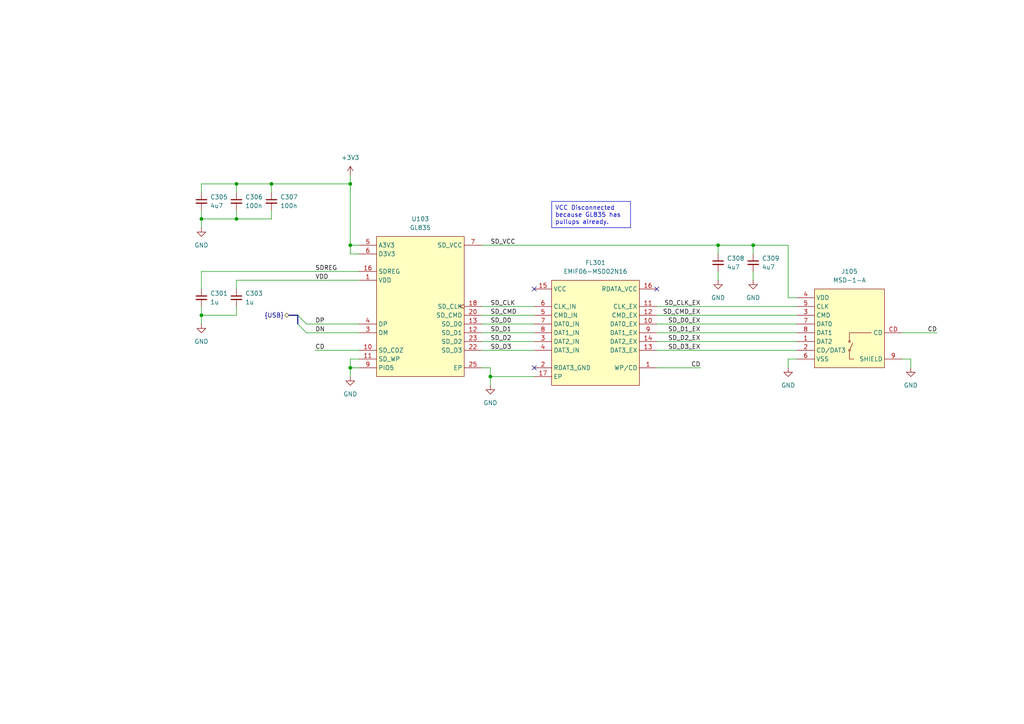
<source format=kicad_sch>
(kicad_sch (version 20250114) (generator "eeschema") (generator_version "9.0")
  (paper "A4")
  (lib_symbols
    (symbol "DEV:C_SMALL" (pin_numbers (hide yes)) (pin_names (offset 0.254) (hide yes))
      (property "Reference" "C" (at 0.254 1.778 0))
      (property "Value" "SMALL" (at 0.254 -2.032 0))
      (symbol "C_SMALL_0_1"
        (polyline (pts (xy -1.524 0.508) (xy 1.524 0.508)) (stroke (width 0.3048)))
        (polyline (pts (xy -1.524 -0.508) (xy 1.524 -0.508)) (stroke (width 0.3302)))
      )
      (symbol "C_SMALL_1_1"
        (pin passive line (at 0 2.54 270) (length 2.032) (name "~") (number "1"))
        (pin passive line (at 0 -2.54 90) (length 2.032) (name "~") (number "2"))
      )
    )
    (symbol "SD-CONN:MSD-1-A"
      (property "Reference" "J" (at 0 5.08 0))
      (property "Value" "MSD-1-A" (at 0 2.54 0))
      (symbol "MSD-1-A_1_1"
        (rectangle (start -10.16 0) (end 10.16 -22.86) (fill (type background)))
        (circle (center 0 -15.24) (radius 0.254))
        (circle (center 0 -17.78) (radius 0.254))
        (polyline (pts (xy 0.13 -17.56) (xy 0.93 -15.69)))
        (polyline (pts (xy 1.27 -20.32) (xy 0 -20.32) (xy 0 -19.05) (xy 0 -18.034)))
        (polyline (pts (xy 6.35 -12.7) (xy 0 -12.7) (xy 0 -14.986)))
        (pin power_in line (at -15.24 -2.54 0) (length 5.08) (name "VDD") (number "4"))
        (pin input line (at -15.24 -5.08 0) (length 5.08) (name "CLK") (number "5"))
        (pin input line (at -15.24 -7.62 0) (length 5.08) (name "CMD") (number "3"))
        (pin bidirectional line (at -15.24 -10.16 0) (length 5.08) (name "DAT0") (number "7"))
        (pin bidirectional line (at -15.24 -12.7 0) (length 5.08) (name "DAT1") (number "8"))
        (pin bidirectional line (at -15.24 -15.24 0) (length 5.08) (name "DAT2") (number "1"))
        (pin bidirectional line (at -15.24 -17.78 0) (length 5.08) (name "CD/DAT3") (number "2"))
        (pin power_in line (at -15.24 -20.32 0) (length 5.08) (name "VSS") (number "6"))
        (pin output line (at 15.24 -12.7 180) (length 5.08) (name "CD") (number "CD"))
        (pin passive line (at 15.24 -20.32 180) (length 5.08) (hide yes) (name "SHIELD") (number "10"))
        (pin passive line (at 15.24 -20.32 180) (length 5.08) (hide yes) (name "SHIELD") (number "11"))
        (pin passive line (at 15.24 -20.32 180) (length 5.08) (hide yes) (name "SHIELD") (number "12"))
        (pin passive line (at 15.24 -20.32 180) (length 5.08) (name "SHIELD") (number "9"))
      )
    )
    (symbol "TVS:EMIF06-MSD02N16"
      (property "Reference" "FL" (at 0 5.08 0))
      (property "Value" "EMIF06-MSD02N16" (at 0 2.54 0))
      (symbol "EMIF06-MSD02N16_1_1"
        (rectangle (start -12.7 0) (end 12.7 -30.48) (fill (type background)))
        (pin passive line (at -17.78 -2.54 0) (length 5.08) (name "VCC") (number "15"))
        (pin passive line (at -17.78 -7.62 0) (length 5.08) (name "CLK_IN") (number "6"))
        (pin passive line (at -17.78 -10.16 0) (length 5.08) (name "CMD_IN") (number "5"))
        (pin passive line (at -17.78 -12.7 0) (length 5.08) (name "DAT0_IN") (number "7"))
        (pin passive line (at -17.78 -15.24 0) (length 5.08) (name "DAT1_IN") (number "8"))
        (pin passive line (at -17.78 -17.78 0) (length 5.08) (name "DAT2_IN") (number "3"))
        (pin passive line (at -17.78 -20.32 0) (length 5.08) (name "DAT3_IN") (number "4"))
        (pin passive line (at -17.78 -25.4 0) (length 5.08) (name "RDAT3_GND") (number "2"))
        (pin passive line (at -17.78 -27.94 0) (length 5.08) (name "EP") (number "17"))
        (pin passive line (at 17.78 -2.54 180) (length 5.08) (name "RDATA_VCC") (number "16"))
        (pin passive line (at 17.78 -7.62 180) (length 5.08) (name "CLK_EX") (number "11"))
        (pin passive line (at 17.78 -10.16 180) (length 5.08) (name "CMD_EX") (number "12"))
        (pin passive line (at 17.78 -12.7 180) (length 5.08) (name "DAT0_EX") (number "10"))
        (pin passive line (at 17.78 -15.24 180) (length 5.08) (name "DAT1_EX") (number "9"))
        (pin passive line (at 17.78 -17.78 180) (length 5.08) (name "DAT2_EX") (number "14"))
        (pin passive line (at 17.78 -20.32 180) (length 5.08) (name "DAT3_EX") (number "13"))
        (pin passive line (at 17.78 -25.4 180) (length 5.08) (name "WP/CD") (number "1"))
      )
    )
    (symbol "USB-INTF:GL835"
      (property "Reference" "U" (at 0 5.08 0))
      (property "Value" "GL835" (at 0 2.54 0))
      (symbol "GL835_0_0"
        (pin power_in line (at -17.78 -2.54 0) (length 5.08) (name "A3V3") (number "5"))
        (pin power_in line (at -17.78 -5.08 0) (length 5.08) (name "D3V3") (number "6"))
        (pin bidirectional line (at -17.78 -25.4 0) (length 5.08) (name "DP") (number "4"))
        (pin bidirectional line (at -17.78 -27.94 0) (length 5.08) (name "DM") (number "3"))
        (pin input line (at -17.78 -33.02 0) (length 5.08) (name "SD_CDZ") (number "10"))
        (pin input line (at -17.78 -35.56 0) (length 5.08) (name "SD_WP") (number "11"))
        (pin input line (at -17.78 -38.1 0) (length 5.08) (name "PIO5") (number "9"))
        (pin no_connect line (at 17.78 -7.62 180) (length 5.08) (hide yes) (name "NC") (number "14"))
        (pin no_connect line (at 17.78 -7.62 180) (length 5.08) (hide yes) (name "NC") (number "15"))
        (pin no_connect line (at 17.78 -7.62 180) (length 5.08) (hide yes) (name "NC") (number "17"))
        (pin no_connect line (at 17.78 -7.62 180) (length 5.08) (hide yes) (name "NC") (number "19"))
        (pin no_connect line (at 17.78 -7.62 180) (length 5.08) (hide yes) (name "NC") (number "2"))
        (pin no_connect line (at 17.78 -7.62 180) (length 5.08) (hide yes) (name "NC") (number "21"))
        (pin no_connect line (at 17.78 -7.62 180) (length 5.08) (hide yes) (name "NC") (number "24"))
        (pin no_connect line (at 17.78 -7.62 180) (length 5.08) (hide yes) (name "NC") (number "8"))
        (pin bidirectional line (at 17.78 -25.4 180) (length 5.08) (name "SD_D0") (number "13"))
        (pin bidirectional line (at 17.78 -27.94 180) (length 5.08) (name "SD_D1") (number "12"))
        (pin bidirectional line (at 17.78 -30.48 180) (length 5.08) (name "SD_D2") (number "23"))
        (pin bidirectional line (at 17.78 -33.02 180) (length 5.08) (name "SD_D3") (number "22"))
      )
      (symbol "GL835_1_0"
        (pin passive line (at -17.78 -10.16 0) (length 5.08) (name "SDREG") (number "16"))
        (pin passive line (at -17.78 -12.7 0) (length 5.08) (name "VDD") (number "1"))
        (pin power_out line (at 17.78 -2.54 180) (length 5.08) (name "SD_VCC") (number "7"))
        (pin output clock (at 17.78 -20.32 180) (length 5.08) (name "SD_CLK") (number "18"))
        (pin output line (at 17.78 -22.86 180) (length 5.08) (name "SD_CMD") (number "20"))
        (pin unspecified line (at 17.78 -38.1 180) (length 5.08) (name "EP") (number "25"))
      )
      (symbol "GL835_1_1"
        (rectangle (start -12.7 0) (end 12.7 -40.64) (fill (type background)))
      )
    )
    (symbol "power:+3V3" (power) (pin_numbers (hide yes)) (pin_names (offset 0) (hide yes))
      (property "Value" "+3V3" (at 0 3.556 0))
      (symbol "+3V3_0_1"
        (polyline (pts (xy -0.762 1.27) (xy 0 2.54)))
        (polyline (pts (xy 0 2.54) (xy 0.762 1.27)))
        (polyline (pts (xy 0 0) (xy 0 2.54)))
      )
      (symbol "+3V3_1_1"
        (pin power_in line (at 0 0 90) (length 0) (name "~") (number "1"))
      )
    )
    (symbol "power:GND" (power) (pin_numbers (hide yes)) (pin_names (offset 0) (hide yes))
      (property "Value" "GND" (at 0 -3.81 0))
      (symbol "GND_0_1"
        (polyline (pts (xy 0 0) (xy 0 -1.27) (xy 1.27 -1.27) (xy 0 -2.54) (xy -1.27 -1.27) (xy 0 -1.27)))
      )
      (symbol "GND_1_1"
        (pin power_in line (at 0 0 270) (length 0) (name "~") (number "1"))
      )
    )
  )
  (text_box "VCC Disconnected because GL835 has pullups already." (at 160.02 58.42 0) (size 22.86 7.62) (margins 0.9525 0.9525 0.9525 0.9525) (effects (font (size 1.27 1.27)) (justify left)))
  (junction (at 218.44 71.12))
  (junction (at 101.6 106.68))
  (junction (at 58.42 63.5))
  (junction (at 142.24 109.22))
  (junction (at 101.6 71.12))
  (junction (at 78.74 53.34))
  (junction (at 58.42 91.44))
  (junction (at 68.58 63.5))
  (junction (at 68.58 53.34))
  (junction (at 208.28 71.12))
  (junction (at 101.6 53.34))
  (no_connect (at 154.94 106.68))
  (no_connect (at 190.5 83.82))
  (no_connect (at 154.94 83.82))
  (bus_entry (at 86.36 91.44) (size 2.54 2.54))
  (bus_entry (at 86.36 93.98) (size 2.54 2.54))
  (wire (pts (xy 203.2 106.68) (xy 190.5 106.68)))
  (wire (pts (xy 58.42 55.88) (xy 58.42 53.34)))
  (wire (pts (xy 218.44 78.74) (xy 218.44 81.28)))
  (wire (pts (xy 58.42 53.34) (xy 68.58 53.34)))
  (wire (pts (xy 58.42 60.96) (xy 58.42 63.5)))
  (wire (pts (xy 91.44 101.6) (xy 104.14 101.6)))
  (wire (pts (xy 139.7 101.6) (xy 154.94 101.6)))
  (wire (pts (xy 139.7 88.9) (xy 154.94 88.9)))
  (wire (pts (xy 190.5 99.06) (xy 231.14 99.06)))
  (wire (pts (xy 58.42 91.44) (xy 58.42 93.98)))
  (wire (pts (xy 190.5 101.6) (xy 231.14 101.6)))
  (wire (pts (xy 88.9 96.52) (xy 104.14 96.52)))
  (wire (pts (xy 139.7 93.98) (xy 154.94 93.98)))
  (wire (pts (xy 68.58 53.34) (xy 78.74 53.34)))
  (wire (pts (xy 264.16 106.68) (xy 264.16 104.14)))
  (wire (pts (xy 142.24 109.22) (xy 142.24 106.68)))
  (wire (pts (xy 218.44 71.12) (xy 218.44 73.66)))
  (bus (pts (xy 83.82 91.44) (xy 86.36 91.44)))
  (wire (pts (xy 218.44 71.12) (xy 228.6 71.12)))
  (wire (pts (xy 104.14 106.68) (xy 101.6 106.68)))
  (wire (pts (xy 139.7 96.52) (xy 154.94 96.52)))
  (wire (pts (xy 208.28 78.74) (xy 208.28 81.28)))
  (wire (pts (xy 68.58 83.82) (xy 68.58 81.28)))
  (wire (pts (xy 68.58 88.9) (xy 68.58 91.44)))
  (wire (pts (xy 68.58 91.44) (xy 58.42 91.44)))
  (wire (pts (xy 139.7 71.12) (xy 208.28 71.12)))
  (wire (pts (xy 139.7 106.68) (xy 142.24 106.68)))
  (wire (pts (xy 104.14 104.14) (xy 101.6 104.14)))
  (wire (pts (xy 208.28 71.12) (xy 208.28 73.66)))
  (wire (pts (xy 58.42 63.5) (xy 68.58 63.5)))
  (wire (pts (xy 68.58 63.5) (xy 78.74 63.5)))
  (wire (pts (xy 142.24 111.76) (xy 142.24 109.22)))
  (wire (pts (xy 142.24 109.22) (xy 154.94 109.22)))
  (wire (pts (xy 78.74 53.34) (xy 101.6 53.34)))
  (wire (pts (xy 271.78 96.52) (xy 261.62 96.52)))
  (wire (pts (xy 58.42 88.9) (xy 58.42 91.44)))
  (wire (pts (xy 68.58 81.28) (xy 104.14 81.28)))
  (bus (pts (xy 86.36 91.44) (xy 86.36 93.98)))
  (wire (pts (xy 68.58 53.34) (xy 68.58 55.88)))
  (wire (pts (xy 101.6 53.34) (xy 101.6 71.12)))
  (wire (pts (xy 101.6 104.14) (xy 101.6 106.68)))
  (wire (pts (xy 58.42 63.5) (xy 58.42 66.04)))
  (wire (pts (xy 139.7 91.44) (xy 154.94 91.44)))
  (wire (pts (xy 88.9 93.98) (xy 104.14 93.98)))
  (wire (pts (xy 58.42 78.74) (xy 58.42 83.82)))
  (wire (pts (xy 101.6 71.12) (xy 104.14 71.12)))
  (wire (pts (xy 190.5 93.98) (xy 231.14 93.98)))
  (wire (pts (xy 228.6 86.36) (xy 231.14 86.36)))
  (wire (pts (xy 261.62 104.14) (xy 264.16 104.14)))
  (wire (pts (xy 190.5 96.52) (xy 231.14 96.52)))
  (wire (pts (xy 228.6 71.12) (xy 228.6 86.36)))
  (wire (pts (xy 231.14 104.14) (xy 228.6 104.14)))
  (wire (pts (xy 68.58 63.5) (xy 68.58 60.96)))
  (wire (pts (xy 78.74 53.34) (xy 78.74 55.88)))
  (wire (pts (xy 58.42 78.74) (xy 104.14 78.74)))
  (wire (pts (xy 104.14 73.66) (xy 101.6 73.66)))
  (wire (pts (xy 208.28 71.12) (xy 218.44 71.12)))
  (wire (pts (xy 101.6 73.66) (xy 101.6 71.12)))
  (wire (pts (xy 190.5 88.9) (xy 231.14 88.9)))
  (wire (pts (xy 228.6 106.68) (xy 228.6 104.14)))
  (wire (pts (xy 101.6 50.8) (xy 101.6 53.34)))
  (wire (pts (xy 78.74 60.96) (xy 78.74 63.5)))
  (wire (pts (xy 190.5 91.44) (xy 231.14 91.44)))
  (wire (pts (xy 101.6 106.68) (xy 101.6 109.22)))
  (wire (pts (xy 139.7 99.06) (xy 154.94 99.06)))
  (label "CD" (at 91.44 101.6 0))
  (label "SD_VCC" (at 142.24 71.12 0))
  (label "SD_CMD_EX" (at 203.2 91.44 180))
  (label "SD_D3_EX" (at 203.2 101.6 180))
  (label "SD_CLK" (at 142.24 88.9 0))
  (label "SD_D0_EX" (at 203.2 93.98 180))
  (label "VDD" (at 91.44 81.28 0))
  (label "CD" (at 203.2 106.68 180))
  (label "SDREG" (at 91.44 78.74 0))
  (label "SD_D1" (at 142.24 96.52 0))
  (label "SD_D2_EX" (at 203.2 99.06 180))
  (label "DN" (at 91.44 96.52 0))
  (label "CD" (at 271.78 96.52 180))
  (label "SD_D3" (at 142.24 101.6 0))
  (label "DP" (at 91.44 93.98 0))
  (label "SD_CLK_EX" (at 203.2 88.9 180))
  (label "SD_D1_EX" (at 203.2 96.52 180))
  (label "SD_D0" (at 142.24 93.98 0))
  (label "SD_CMD" (at 142.24 91.44 0))
  (label "SD_D2" (at 142.24 99.06 0))
  (hierarchical_label "{USB}" (shape bidirectional) (at 83.82 91.44 180))
  (symbol (lib_id "TVS:EMIF06-MSD02N16") (at 172.72 81.28 0) (unit 1)
    (property "Reference" "FL301" (at 172.72 76.2 0))
    (property "Value" "EMIF06-MSD02N16" (at 172.72 78.74 0))
    (property "Footprint" "project_footprints:EMIF06MSD02N16" (effects (hide yes)))
    (property "Datasheet" "https://www.st.com/resource/en/datasheet/emif06-msd02n16.pdf" (effects (hide yes)))
    (property "Description" "6-Line EMI filter&ESD for SD card uQFN16 STMicroelectronics EMIF06-MSD02N16, EMI Filter & ESD Protector" (effects (hide yes)))
  )
  (symbol (lib_id "DEV:C_SMALL") (at 68.58 86.36 0) (unit 1)
    (property "Reference" "C303" (at 71.12 85.0962 0) (effects (justify left)))
    (property "Value" "1u" (at 71.12 87.6362 0) (effects (justify left)))
    (property "Footprint" "project_footprints:C_0402" (effects (hide yes)))
    (property "Description" "Unpolarized capacitor, small symbol" (effects (hide yes)))
  )
  (symbol (lib_id "power:GND") (at 218.44 81.28 0) (unit 1)
    (property "Reference" "#PWR0309" (effects (hide yes)))
    (property "Value" "GND" (at 218.44 86.36 0))
    (property "Description" "Power symbol creates a global label with name \"GND\" , ground" (effects (hide yes)))
  )
  (symbol (lib_id "DEV:C_SMALL") (at 58.42 58.42 0) (unit 1)
    (property "Reference" "C305" (at 60.96 57.1562 0) (effects (justify left)))
    (property "Value" "4u7" (at 60.96 59.6962 0) (effects (justify left)))
    (property "Footprint" "project_footprints:C_0402" (effects (hide yes)))
    (property "Description" "Unpolarized capacitor, small symbol" (effects (hide yes)))
  )
  (symbol (lib_id "DEV:C_SMALL") (at 58.42 86.36 0) (unit 1)
    (property "Reference" "C301" (at 60.96 85.0962 0) (effects (justify left)))
    (property "Value" "1u" (at 60.96 87.6362 0) (effects (justify left)))
    (property "Footprint" "project_footprints:C_0402" (effects (hide yes)))
    (property "Description" "Unpolarized capacitor, small symbol" (effects (hide yes)))
  )
  (symbol (lib_id "power:GND") (at 58.42 66.04 0) (unit 1)
    (property "Reference" "#PWR0306" (effects (hide yes)))
    (property "Value" "GND" (at 58.42 71.12 0))
    (property "Description" "Power symbol creates a global label with name \"GND\" , ground" (effects (hide yes)))
  )
  (symbol (lib_id "power:GND") (at 228.6 106.68 0) (mirror y) (unit 1)
    (property "Reference" "#PWR0302" (effects (hide yes)))
    (property "Value" "GND" (at 228.6 111.76 0))
    (property "Description" "Power symbol creates a global label with name \"GND\" , ground" (effects (hide yes)))
  )
  (symbol (lib_id "USB-INTF:GL835") (at 121.92 68.58 0) (unit 1)
    (property "Reference" "U103" (at 121.92 63.5 0))
    (property "Value" "GL835" (at 121.92 66.04 0))
    (property "Footprint" "project_footprints:QFN50P400X400X100-25N-D" (effects (hide yes)))
    (property "Datasheet" "https://www.lcsc.com/datasheet/C5182402.pdf" (effects (hide yes)))
  )
  (symbol (lib_id "power:GND") (at 58.42 93.98 0) (unit 1)
    (property "Reference" "#PWR0305" (effects (hide yes)))
    (property "Value" "GND" (at 58.42 99.06 0))
    (property "Description" "Power symbol creates a global label with name \"GND\" , ground" (effects (hide yes)))
  )
  (symbol (lib_id "power:GND") (at 142.24 111.76 0) (unit 1)
    (property "Reference" "#PWR0301" (effects (hide yes)))
    (property "Value" "GND" (at 142.24 116.84 0))
    (property "Description" "Power symbol creates a global label with name \"GND\" , ground" (effects (hide yes)))
  )
  (symbol (lib_id "DEV:C_SMALL") (at 218.44 76.2 0) (unit 1)
    (property "Reference" "C309" (at 220.98 74.9362 0) (effects (justify left)))
    (property "Value" "4u7" (at 220.98 77.4762 0) (effects (justify left)))
    (property "Footprint" "project_footprints:C_0402" (effects (hide yes)))
    (property "Description" "Unpolarized capacitor, small symbol" (effects (hide yes)))
  )
  (symbol (lib_id "DEV:C_SMALL") (at 68.58 58.42 0) (unit 1)
    (property "Reference" "C306" (at 71.12 57.1562 0) (effects (justify left)))
    (property "Value" "100n" (at 71.12 59.6962 0) (effects (justify left)))
    (property "Footprint" "project_footprints:C_0402" (effects (hide yes)))
    (property "Description" "Unpolarized capacitor, small symbol" (effects (hide yes)))
  )
  (symbol (lib_id "SD-CONN:MSD-1-A") (at 246.38 83.82 0) (unit 1)
    (property "Reference" "J105" (at 246.38 78.74 0))
    (property "Value" "MSD-1-A" (at 246.38 81.28 0))
    (property "Footprint" "project_footprints:MSD1A" (effects (hide yes)))
    (property "Datasheet" "https://www.sameskydevices.com/product/resource/MSD-1-A.pdf" (effects (hide yes)))
    (property "Description" "MSD-1-A - Micro SD Card Connector, 9 Contacts, Connector and Ejector, Push In, Auto Eject Out, Surface Mount, 1.8 mm Height Above Board, Gold Flash" (effects (hide yes)))
    (property "Height" "2" (effects (hide yes)))
  )
  (symbol (lib_id "DEV:C_SMALL") (at 208.28 76.2 0) (unit 1)
    (property "Reference" "C308" (at 210.82 74.9362 0) (effects (justify left)))
    (property "Value" "4u7" (at 210.82 77.4762 0) (effects (justify left)))
    (property "Footprint" "project_footprints:C_0402" (effects (hide yes)))
    (property "Description" "Unpolarized capacitor, small symbol" (effects (hide yes)))
  )
  (symbol (lib_id "power:+3V3") (at 101.6 50.8 0) (unit 1)
    (property "Reference" "#PWR0310" (effects (hide yes)))
    (property "Value" "+3V3" (at 101.6 45.72 0))
    (property "Description" "Power symbol creates a global label with name \"+3V3\"" (effects (hide yes)))
  )
  (symbol (lib_id "power:GND") (at 101.6 109.22 0) (unit 1)
    (property "Reference" "#PWR0304" (effects (hide yes)))
    (property "Value" "GND" (at 101.6 114.3 0))
    (property "Description" "Power symbol creates a global label with name \"GND\" , ground" (effects (hide yes)))
  )
  (symbol (lib_id "power:GND") (at 264.16 106.68 0) (unit 1)
    (property "Reference" "#PWR0303" (effects (hide yes)))
    (property "Value" "GND" (at 264.16 111.76 0))
    (property "Description" "Power symbol creates a global label with name \"GND\" , ground" (effects (hide yes)))
  )
  (symbol (lib_id "power:GND") (at 208.28 81.28 0) (unit 1)
    (property "Reference" "#PWR0308" (effects (hide yes)))
    (property "Value" "GND" (at 208.28 86.36 0))
    (property "Description" "Power symbol creates a global label with name \"GND\" , ground" (effects (hide yes)))
  )
  (symbol (lib_id "DEV:C_SMALL") (at 78.74 58.42 0) (unit 1)
    (property "Reference" "C307" (at 81.28 57.1562 0) (effects (justify left)))
    (property "Value" "100n" (at 81.28 59.6962 0) (effects (justify left)))
    (property "Footprint" "project_footprints:C_0402" (effects (hide yes)))
    (property "Description" "Unpolarized capacitor, small symbol" (effects (hide yes)))
  )
)
</source>
